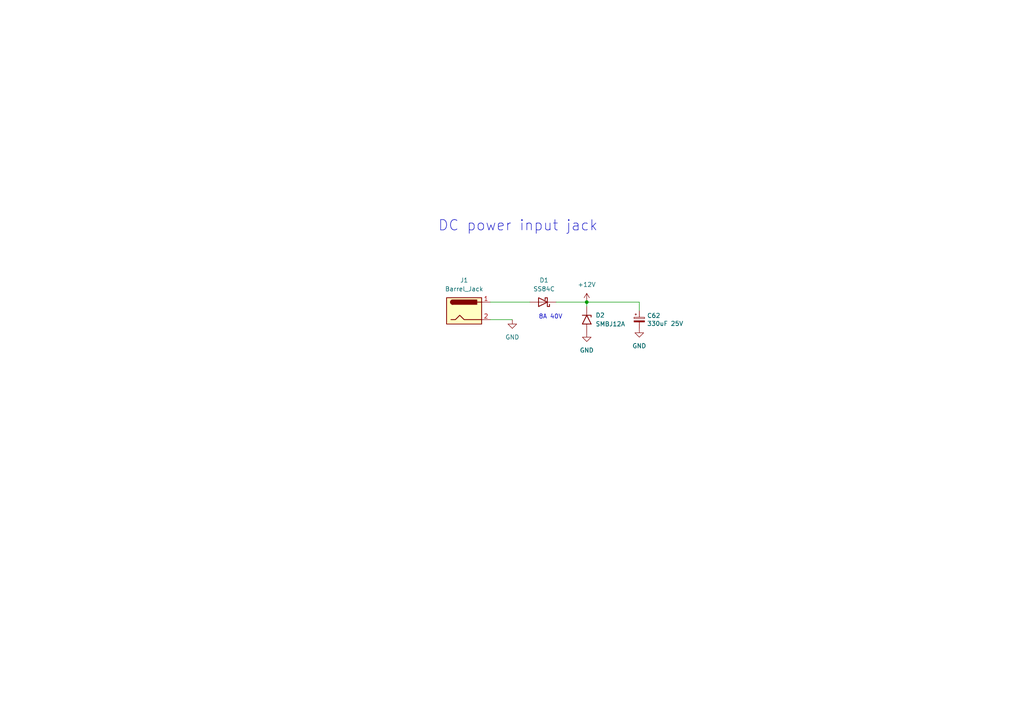
<source format=kicad_sch>
(kicad_sch (version 20230121) (generator eeschema)
  (paper "A4")
  (lib_symbols
    (symbol "Connector:Barrel_Jack" (pin_names (offset 1.016))
      (property "Reference" "J" (at 0 5.334 0))
      (property "Value" "Barrel_Jack" (at 0 -5.08 0))
      (symbol "Barrel_Jack_0_1"
        (rectangle (start -5.08 3.81) (end 5.08 -3.81) (stroke (width 0.254)) (fill (type background)))
        (arc (start -3.302 3.175) (mid -3.9343 2.54) (end -3.302 1.905) (stroke (width 0.254)))
        (arc (start -3.302 3.175) (mid -3.9343 2.54) (end -3.302 1.905) (stroke (width 0.254)) (fill (type outline)))
        (polyline (pts (xy 5.08 2.54) (xy 3.81 2.54)) (stroke (width 0.254)))
        (polyline (pts (xy -3.81 -2.54) (xy -2.54 -2.54) (xy -1.27 -1.27) (xy 0 -2.54) (xy 2.54 -2.54) (xy 5.08 -2.54)) (stroke (width 0.254)))
        (rectangle (start 3.683 3.175) (end -3.302 1.905) (stroke (width 0.254)) (fill (type outline)))
      )
      (symbol "Barrel_Jack_1_1"
        (pin passive line (at 7.62 2.54 180) (length 2.54) (name "~") (number "1"))
        (pin passive line (at 7.62 -2.54 180) (length 2.54) (name "~") (number "2"))
      )
    )
    (symbol "Device:CP_Small" (pin_numbers hide) (pin_names (offset 0.254) hide)
      (property "Reference" "C" (at 0.254 1.778 0))
      (property "Value" "Device_CP_Small" (at 0.254 -2.032 0))
      (symbol "CP_Small_0_1"
        (rectangle (start -1.524 -0.3048) (end 1.524 -0.6858) (fill (type outline)))
        (rectangle (start -1.524 0.6858) (end 1.524 0.3048))
        (polyline (pts (xy -1.27 1.524) (xy -0.762 1.524)))
        (polyline (pts (xy -1.016 1.27) (xy -1.016 1.778)))
      )
      (symbol "CP_Small_1_1"
        (pin passive line (at 0 2.54 270) (length 1.8542) (name "~") (number "1"))
        (pin passive line (at 0 -2.54 90) (length 1.8542) (name "~") (number "2"))
      )
    )
    (symbol "Device:D_Schottky" (pin_numbers hide) (pin_names (offset 1.016) hide)
      (property "Reference" "D" (at 0 2.54 0))
      (property "Value" "D_Schottky" (at 0 -2.54 0))
      (symbol "D_Schottky_0_1"
        (polyline (pts (xy 1.27 0) (xy -1.27 0)))
        (polyline (pts (xy 1.27 1.27) (xy 1.27 -1.27) (xy -1.27 0) (xy 1.27 1.27)) (stroke (width 0.254)))
        (polyline (pts (xy -1.905 0.635) (xy -1.905 1.27) (xy -1.27 1.27) (xy -1.27 -1.27) (xy -0.635 -1.27) (xy -0.635 -0.635)) (stroke (width 0.254)))
      )
      (symbol "D_Schottky_1_1"
        (pin passive line (at -3.81 0 0) (length 2.54) (name "K") (number "1"))
        (pin passive line (at 3.81 0 180) (length 2.54) (name "A") (number "2"))
      )
    )
    (symbol "Diode:SMAJ12A" (pin_numbers hide) (pin_names (offset 1.016) hide)
      (property "Reference" "D" (at 0 2.54 0))
      (property "Value" "SMAJ12A" (at 0 -2.54 0))
      (symbol "SMAJ12A_0_1"
        (polyline (pts (xy -0.762 1.27) (xy -1.27 1.27) (xy -1.27 -1.27)) (stroke (width 0.254)))
        (polyline (pts (xy 1.27 1.27) (xy 1.27 -1.27) (xy -1.27 0) (xy 1.27 1.27)) (stroke (width 0.254)))
      )
      (symbol "SMAJ12A_1_1"
        (pin passive line (at -3.81 0 0) (length 2.54) (name "A1") (number "1"))
        (pin passive line (at 3.81 0 180) (length 2.54) (name "A2") (number "2"))
      )
    )
    (symbol "power:+12V" (power) (pin_names (offset 0))
      (property "Value" "+12V" (at 0 3.556 0))
      (symbol "+12V_0_1"
        (polyline (pts (xy -0.762 1.27) (xy 0 2.54)))
        (polyline (pts (xy 0 0) (xy 0 2.54)))
        (polyline (pts (xy 0 2.54) (xy 0.762 1.27)))
      )
      (symbol "+12V_1_1"
        (pin power_in line (at 0 0 90) (length 0) hide (name "+12V") (number "1"))
      )
    )
    (symbol "power:GND" (power) (pin_names (offset 0))
      (property "Value" "GND" (at 0 -3.81 0))
      (symbol "GND_0_1"
        (polyline (pts (xy 0 0) (xy 0 -1.27) (xy 1.27 -1.27) (xy 0 -2.54) (xy -1.27 -1.27) (xy 0 -1.27)))
      )
      (symbol "GND_1_1"
        (pin power_in line (at 0 0 270) (length 0) hide (name "GND") (number "1"))
      )
    )
  )
  (junction (at 170.18 87.63))
  (wire (pts (xy 185.42 87.63) (xy 170.18 87.63)))
  (wire (pts (xy 142.24 87.63) (xy 153.67 87.63)))
  (wire (pts (xy 142.24 92.71) (xy 148.59 92.71)))
  (wire (pts (xy 170.18 88.9) (xy 170.18 87.63)))
  (wire (pts (xy 170.18 87.63) (xy 161.29 87.63)))
  (wire (pts (xy 185.42 90.17) (xy 185.42 87.63)))
  (text "DC power input jack" (at 127 67.31 0) (effects (font (size 3 3)) (justify left bottom)))
  (text "8A 40V" (at 156.21 92.71 0) (effects (font (size 1.27 1.27)) (justify left bottom)))
  (symbol (lib_id "power:GND") (at 185.42 95.25 0) (unit 1)
    (property "Reference" "#PWR014" (effects hide))
    (property "Value" "GND" (at 185.42 100.33 0))
  )
  (symbol (lib_id "power:GND") (at 170.18 96.52 0) (unit 1)
    (property "Reference" "#PWR01" (effects hide))
    (property "Value" "GND" (at 170.18 101.6 0))
  )
  (symbol (lib_id "Device:D_Schottky") (at 157.48 87.63 180) (unit 1)
    (property "Reference" "D1" (at 157.7975 81.28 0))
    (property "Value" "SS84C" (at 157.7975 83.82 0))
    (property "Footprint" "Diode_SMD:D_SMC" (effects hide))
    (property "LCSC Part#" "C437995" (effects hide))
  )
  (symbol (lib_id "power:+12V") (at 170.18 87.63 0) (unit 1)
    (property "Reference" "#PWR03" (effects hide))
    (property "Value" "+12V" (at 170.18 82.55 0))
  )
  (symbol (lib_id "Connector:Barrel_Jack") (at 134.62 90.17 0) (unit 1)
    (property "Reference" "J1" (at 134.62 81.28 0))
    (property "Value" "Barrel_Jack" (at 134.62 83.82 0))
  )
  (symbol (lib_id "Diode:SMAJ12A") (at 170.18 92.71 270) (unit 1)
    (property "Reference" "D2" (at 172.72 91.44 90) (effects (justify left)))
    (property "Value" "SMBJ12A" (at 172.72 93.98 90) (effects (justify left)))
    (property "Footprint" "Diode_SMD:D_SMB" (effects hide))
  )
  (symbol (lib_id "Device:CP_Small") (at 185.42 92.71 0) (unit 1)
    (property "Reference" "C62" (at 187.6552 91.5416 0) (effects (justify left)))
    (property "Value" "330uF 25V" (at 187.6552 93.853 0) (effects (justify left)))
    (property "Footprint" "Capacitor_SMD:CP_Elec_8x10.5" (effects hide))
    (property "MPN" "GVT1E337M0810CNVC" (effects hide))
    (instances (project "KKS-Power-Board" (path "" (reference "C62") (unit 1)) (path "" (reference "C56") (unit 1)) (path "" (reference "C68") (unit 1))) (project "OpenPowerDistribution" (path "" (reference "C4") (unit 1))))
  )
  (symbol (lib_id "power:GND") (at 148.59 92.71 0) (unit 1)
    (property "Reference" "#PWR02" (effects hide))
    (property "Value" "GND" (at 148.59 97.79 0))
  )
)
</source>
